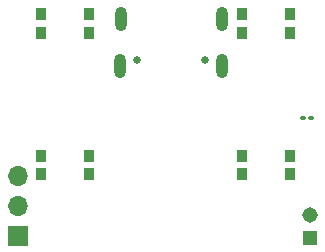
<source format=gbr>
%TF.GenerationSoftware,KiCad,Pcbnew,(6.0.7)*%
%TF.CreationDate,2023-09-19T20:50:44-05:00*%
%TF.ProjectId,CounterProject,436f756e-7465-4725-9072-6f6a6563742e,rev?*%
%TF.SameCoordinates,Original*%
%TF.FileFunction,Soldermask,Bot*%
%TF.FilePolarity,Negative*%
%FSLAX46Y46*%
G04 Gerber Fmt 4.6, Leading zero omitted, Abs format (unit mm)*
G04 Created by KiCad (PCBNEW (6.0.7)) date 2023-09-19 20:50:44*
%MOMM*%
%LPD*%
G01*
G04 APERTURE LIST*
G04 Aperture macros list*
%AMRoundRect*
0 Rectangle with rounded corners*
0 $1 Rounding radius*
0 $2 $3 $4 $5 $6 $7 $8 $9 X,Y pos of 4 corners*
0 Add a 4 corners polygon primitive as box body*
4,1,4,$2,$3,$4,$5,$6,$7,$8,$9,$2,$3,0*
0 Add four circle primitives for the rounded corners*
1,1,$1+$1,$2,$3*
1,1,$1+$1,$4,$5*
1,1,$1+$1,$6,$7*
1,1,$1+$1,$8,$9*
0 Add four rect primitives between the rounded corners*
20,1,$1+$1,$2,$3,$4,$5,0*
20,1,$1+$1,$4,$5,$6,$7,0*
20,1,$1+$1,$6,$7,$8,$9,0*
20,1,$1+$1,$8,$9,$2,$3,0*%
G04 Aperture macros list end*
%ADD10R,1.308000X1.308000*%
%ADD11C,1.308000*%
%ADD12R,1.700000X1.700000*%
%ADD13O,1.700000X1.700000*%
%ADD14O,1.000000X2.100000*%
%ADD15C,0.660400*%
%ADD16R,0.889000X0.990600*%
%ADD17RoundRect,0.100000X0.130000X0.100000X-0.130000X0.100000X-0.130000X-0.100000X0.130000X-0.100000X0*%
G04 APERTURE END LIST*
D10*
%TO.C,BT2*%
X184700000Y-41200000D03*
D11*
X184700000Y-39200000D03*
%TD*%
D12*
%TO.C,J3*%
X160000000Y-41000000D03*
D13*
X160000000Y-38460000D03*
X160000000Y-35920000D03*
%TD*%
D14*
%TO.C,J1*%
X168679998Y-26610800D03*
X168700000Y-22600000D03*
X177300000Y-22600000D03*
X177320002Y-26610800D03*
D15*
X175889999Y-26110801D03*
X170110001Y-26110801D03*
%TD*%
D16*
%TO.C,SW1*%
X161950002Y-34199999D03*
X166049998Y-34199999D03*
X161950002Y-35800001D03*
X166049998Y-35800001D03*
%TD*%
%TO.C,SW3*%
X166049998Y-23800001D03*
X161950002Y-23800001D03*
X166049998Y-22199999D03*
X161950002Y-22199999D03*
%TD*%
%TO.C,SW4*%
X183049998Y-23800001D03*
X178950002Y-23800001D03*
X183049998Y-22199999D03*
X178950002Y-22199999D03*
%TD*%
%TO.C,SW2*%
X178950002Y-34199999D03*
X183049998Y-34199999D03*
X178950002Y-35800001D03*
X183049998Y-35800001D03*
%TD*%
D17*
%TO.C,J2*%
X184820000Y-31000000D03*
X184180000Y-31000000D03*
%TD*%
M02*

</source>
